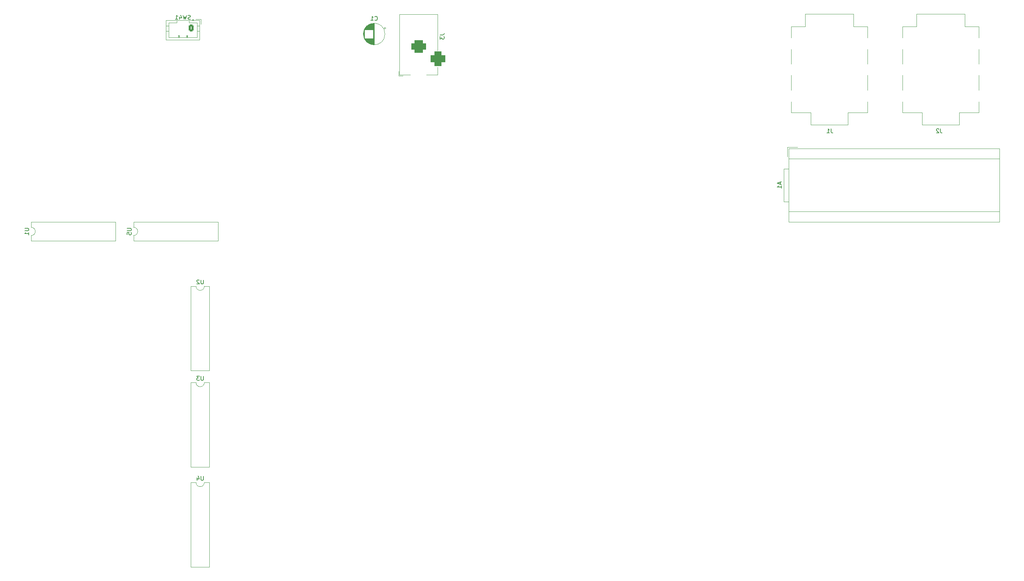
<source format=gbo>
G04 #@! TF.GenerationSoftware,KiCad,Pcbnew,7.0.11*
G04 #@! TF.CreationDate,2024-11-21T01:14:31-06:00*
G04 #@! TF.ProjectId,Sardinia_v0.2,53617264-696e-4696-915f-76302e322e6b,rev?*
G04 #@! TF.SameCoordinates,Original*
G04 #@! TF.FileFunction,Legend,Bot*
G04 #@! TF.FilePolarity,Positive*
%FSLAX46Y46*%
G04 Gerber Fmt 4.6, Leading zero omitted, Abs format (unit mm)*
G04 Created by KiCad (PCBNEW 7.0.11) date 2024-11-21 01:14:31*
%MOMM*%
%LPD*%
G01*
G04 APERTURE LIST*
G04 Aperture macros list*
%AMRoundRect*
0 Rectangle with rounded corners*
0 $1 Rounding radius*
0 $2 $3 $4 $5 $6 $7 $8 $9 X,Y pos of 4 corners*
0 Add a 4 corners polygon primitive as box body*
4,1,4,$2,$3,$4,$5,$6,$7,$8,$9,$2,$3,0*
0 Add four circle primitives for the rounded corners*
1,1,$1+$1,$2,$3*
1,1,$1+$1,$4,$5*
1,1,$1+$1,$6,$7*
1,1,$1+$1,$8,$9*
0 Add four rect primitives between the rounded corners*
20,1,$1+$1,$2,$3,$4,$5,0*
20,1,$1+$1,$4,$5,$6,$7,0*
20,1,$1+$1,$6,$7,$8,$9,0*
20,1,$1+$1,$8,$9,$2,$3,0*%
G04 Aperture macros list end*
%ADD10C,0.150000*%
%ADD11C,0.120000*%
%ADD12O,2.720000X3.240000*%
%ADD13R,1.800000X1.800000*%
%ADD14C,1.800000*%
%ADD15C,1.700000*%
%ADD16C,4.000000*%
%ADD17C,2.200000*%
%ADD18C,1.900000*%
%ADD19C,3.500000*%
%ADD20C,2.400000*%
%ADD21R,1.560000X1.560000*%
%ADD22C,1.560000*%
%ADD23R,2.200000X2.200000*%
%ADD24O,2.200000X2.200000*%
%ADD25R,2.000000X2.000000*%
%ADD26C,2.000000*%
%ADD27R,2.000000X3.200000*%
%ADD28R,1.800000X2.600000*%
%ADD29O,1.800000X2.600000*%
%ADD30R,3.500000X3.500000*%
%ADD31RoundRect,0.750000X-1.000000X0.750000X-1.000000X-0.750000X1.000000X-0.750000X1.000000X0.750000X0*%
%ADD32RoundRect,0.875000X-0.875000X0.875000X-0.875000X-0.875000X0.875000X-0.875000X0.875000X0.875000X0*%
%ADD33C,3.000000*%
%ADD34R,1.600000X1.600000*%
%ADD35C,1.600000*%
%ADD36RoundRect,0.250000X0.350000X0.625000X-0.350000X0.625000X-0.350000X-0.625000X0.350000X-0.625000X0*%
%ADD37O,1.200000X1.750000*%
%ADD38R,1.600000X2.400000*%
%ADD39O,1.600000X2.400000*%
%ADD40R,1.700000X1.700000*%
%ADD41R,2.400000X1.600000*%
%ADD42O,2.400000X1.600000*%
G04 APERTURE END LIST*
D10*
X142704819Y-24216666D02*
X143419104Y-24216666D01*
X143419104Y-24216666D02*
X143561961Y-24169047D01*
X143561961Y-24169047D02*
X143657200Y-24073809D01*
X143657200Y-24073809D02*
X143704819Y-23930952D01*
X143704819Y-23930952D02*
X143704819Y-23835714D01*
X142704819Y-24597619D02*
X142704819Y-25216666D01*
X142704819Y-25216666D02*
X143085771Y-24883333D01*
X143085771Y-24883333D02*
X143085771Y-25026190D01*
X143085771Y-25026190D02*
X143133390Y-25121428D01*
X143133390Y-25121428D02*
X143181009Y-25169047D01*
X143181009Y-25169047D02*
X143276247Y-25216666D01*
X143276247Y-25216666D02*
X143514342Y-25216666D01*
X143514342Y-25216666D02*
X143609580Y-25169047D01*
X143609580Y-25169047D02*
X143657200Y-25121428D01*
X143657200Y-25121428D02*
X143704819Y-25026190D01*
X143704819Y-25026190D02*
X143704819Y-24740476D01*
X143704819Y-24740476D02*
X143657200Y-24645238D01*
X143657200Y-24645238D02*
X143609580Y-24597619D01*
X263719485Y-46954819D02*
X263719485Y-47669104D01*
X263719485Y-47669104D02*
X263767104Y-47811961D01*
X263767104Y-47811961D02*
X263862342Y-47907200D01*
X263862342Y-47907200D02*
X264005199Y-47954819D01*
X264005199Y-47954819D02*
X264100437Y-47954819D01*
X263290913Y-47050057D02*
X263243294Y-47002438D01*
X263243294Y-47002438D02*
X263148056Y-46954819D01*
X263148056Y-46954819D02*
X262909961Y-46954819D01*
X262909961Y-46954819D02*
X262814723Y-47002438D01*
X262814723Y-47002438D02*
X262767104Y-47050057D01*
X262767104Y-47050057D02*
X262719485Y-47145295D01*
X262719485Y-47145295D02*
X262719485Y-47240533D01*
X262719485Y-47240533D02*
X262767104Y-47383390D01*
X262767104Y-47383390D02*
X263338532Y-47954819D01*
X263338532Y-47954819D02*
X262719485Y-47954819D01*
X237285053Y-46954819D02*
X237285053Y-47669104D01*
X237285053Y-47669104D02*
X237332672Y-47811961D01*
X237332672Y-47811961D02*
X237427910Y-47907200D01*
X237427910Y-47907200D02*
X237570767Y-47954819D01*
X237570767Y-47954819D02*
X237666005Y-47954819D01*
X236285053Y-47954819D02*
X236856481Y-47954819D01*
X236570767Y-47954819D02*
X236570767Y-46954819D01*
X236570767Y-46954819D02*
X236666005Y-47097676D01*
X236666005Y-47097676D02*
X236761243Y-47192914D01*
X236761243Y-47192914D02*
X236856481Y-47240533D01*
X126916666Y-20609580D02*
X126964285Y-20657200D01*
X126964285Y-20657200D02*
X127107142Y-20704819D01*
X127107142Y-20704819D02*
X127202380Y-20704819D01*
X127202380Y-20704819D02*
X127345237Y-20657200D01*
X127345237Y-20657200D02*
X127440475Y-20561961D01*
X127440475Y-20561961D02*
X127488094Y-20466723D01*
X127488094Y-20466723D02*
X127535713Y-20276247D01*
X127535713Y-20276247D02*
X127535713Y-20133390D01*
X127535713Y-20133390D02*
X127488094Y-19942914D01*
X127488094Y-19942914D02*
X127440475Y-19847676D01*
X127440475Y-19847676D02*
X127345237Y-19752438D01*
X127345237Y-19752438D02*
X127202380Y-19704819D01*
X127202380Y-19704819D02*
X127107142Y-19704819D01*
X127107142Y-19704819D02*
X126964285Y-19752438D01*
X126964285Y-19752438D02*
X126916666Y-19800057D01*
X125964285Y-20704819D02*
X126535713Y-20704819D01*
X126249999Y-20704819D02*
X126249999Y-19704819D01*
X126249999Y-19704819D02*
X126345237Y-19847676D01*
X126345237Y-19847676D02*
X126440475Y-19942914D01*
X126440475Y-19942914D02*
X126535713Y-19990533D01*
X82309523Y-20407200D02*
X82166666Y-20454819D01*
X82166666Y-20454819D02*
X81928571Y-20454819D01*
X81928571Y-20454819D02*
X81833333Y-20407200D01*
X81833333Y-20407200D02*
X81785714Y-20359580D01*
X81785714Y-20359580D02*
X81738095Y-20264342D01*
X81738095Y-20264342D02*
X81738095Y-20169104D01*
X81738095Y-20169104D02*
X81785714Y-20073866D01*
X81785714Y-20073866D02*
X81833333Y-20026247D01*
X81833333Y-20026247D02*
X81928571Y-19978628D01*
X81928571Y-19978628D02*
X82119047Y-19931009D01*
X82119047Y-19931009D02*
X82214285Y-19883390D01*
X82214285Y-19883390D02*
X82261904Y-19835771D01*
X82261904Y-19835771D02*
X82309523Y-19740533D01*
X82309523Y-19740533D02*
X82309523Y-19645295D01*
X82309523Y-19645295D02*
X82261904Y-19550057D01*
X82261904Y-19550057D02*
X82214285Y-19502438D01*
X82214285Y-19502438D02*
X82119047Y-19454819D01*
X82119047Y-19454819D02*
X81880952Y-19454819D01*
X81880952Y-19454819D02*
X81738095Y-19502438D01*
X81404761Y-19454819D02*
X81166666Y-20454819D01*
X81166666Y-20454819D02*
X80976190Y-19740533D01*
X80976190Y-19740533D02*
X80785714Y-20454819D01*
X80785714Y-20454819D02*
X80547619Y-19454819D01*
X79738095Y-19788152D02*
X79738095Y-20454819D01*
X79976190Y-19407200D02*
X80214285Y-20121485D01*
X80214285Y-20121485D02*
X79595238Y-20121485D01*
X78690476Y-20454819D02*
X79261904Y-20454819D01*
X78976190Y-20454819D02*
X78976190Y-19454819D01*
X78976190Y-19454819D02*
X79071428Y-19597676D01*
X79071428Y-19597676D02*
X79166666Y-19692914D01*
X79166666Y-19692914D02*
X79261904Y-19740533D01*
X67034819Y-71048095D02*
X67844342Y-71048095D01*
X67844342Y-71048095D02*
X67939580Y-71095714D01*
X67939580Y-71095714D02*
X67987200Y-71143333D01*
X67987200Y-71143333D02*
X68034819Y-71238571D01*
X68034819Y-71238571D02*
X68034819Y-71429047D01*
X68034819Y-71429047D02*
X67987200Y-71524285D01*
X67987200Y-71524285D02*
X67939580Y-71571904D01*
X67939580Y-71571904D02*
X67844342Y-71619523D01*
X67844342Y-71619523D02*
X67034819Y-71619523D01*
X67034819Y-72571904D02*
X67034819Y-72095714D01*
X67034819Y-72095714D02*
X67511009Y-72048095D01*
X67511009Y-72048095D02*
X67463390Y-72095714D01*
X67463390Y-72095714D02*
X67415771Y-72190952D01*
X67415771Y-72190952D02*
X67415771Y-72429047D01*
X67415771Y-72429047D02*
X67463390Y-72524285D01*
X67463390Y-72524285D02*
X67511009Y-72571904D01*
X67511009Y-72571904D02*
X67606247Y-72619523D01*
X67606247Y-72619523D02*
X67844342Y-72619523D01*
X67844342Y-72619523D02*
X67939580Y-72571904D01*
X67939580Y-72571904D02*
X67987200Y-72524285D01*
X67987200Y-72524285D02*
X68034819Y-72429047D01*
X68034819Y-72429047D02*
X68034819Y-72190952D01*
X68034819Y-72190952D02*
X67987200Y-72095714D01*
X67987200Y-72095714D02*
X67939580Y-72048095D01*
X224989104Y-59905714D02*
X224989104Y-60381904D01*
X225274819Y-59810476D02*
X224274819Y-60143809D01*
X224274819Y-60143809D02*
X225274819Y-60477142D01*
X225274819Y-61334285D02*
X225274819Y-60762857D01*
X225274819Y-61048571D02*
X224274819Y-61048571D01*
X224274819Y-61048571D02*
X224417676Y-60953333D01*
X224417676Y-60953333D02*
X224512914Y-60858095D01*
X224512914Y-60858095D02*
X224560533Y-60762857D01*
X85451904Y-131084819D02*
X85451904Y-131894342D01*
X85451904Y-131894342D02*
X85404285Y-131989580D01*
X85404285Y-131989580D02*
X85356666Y-132037200D01*
X85356666Y-132037200D02*
X85261428Y-132084819D01*
X85261428Y-132084819D02*
X85070952Y-132084819D01*
X85070952Y-132084819D02*
X84975714Y-132037200D01*
X84975714Y-132037200D02*
X84928095Y-131989580D01*
X84928095Y-131989580D02*
X84880476Y-131894342D01*
X84880476Y-131894342D02*
X84880476Y-131084819D01*
X83975714Y-131418152D02*
X83975714Y-132084819D01*
X84213809Y-131037200D02*
X84451904Y-131751485D01*
X84451904Y-131751485D02*
X83832857Y-131751485D01*
X85451904Y-106884819D02*
X85451904Y-107694342D01*
X85451904Y-107694342D02*
X85404285Y-107789580D01*
X85404285Y-107789580D02*
X85356666Y-107837200D01*
X85356666Y-107837200D02*
X85261428Y-107884819D01*
X85261428Y-107884819D02*
X85070952Y-107884819D01*
X85070952Y-107884819D02*
X84975714Y-107837200D01*
X84975714Y-107837200D02*
X84928095Y-107789580D01*
X84928095Y-107789580D02*
X84880476Y-107694342D01*
X84880476Y-107694342D02*
X84880476Y-106884819D01*
X84499523Y-106884819D02*
X83880476Y-106884819D01*
X83880476Y-106884819D02*
X84213809Y-107265771D01*
X84213809Y-107265771D02*
X84070952Y-107265771D01*
X84070952Y-107265771D02*
X83975714Y-107313390D01*
X83975714Y-107313390D02*
X83928095Y-107361009D01*
X83928095Y-107361009D02*
X83880476Y-107456247D01*
X83880476Y-107456247D02*
X83880476Y-107694342D01*
X83880476Y-107694342D02*
X83928095Y-107789580D01*
X83928095Y-107789580D02*
X83975714Y-107837200D01*
X83975714Y-107837200D02*
X84070952Y-107884819D01*
X84070952Y-107884819D02*
X84356666Y-107884819D01*
X84356666Y-107884819D02*
X84451904Y-107837200D01*
X84451904Y-107837200D02*
X84499523Y-107789580D01*
X85451904Y-83544819D02*
X85451904Y-84354342D01*
X85451904Y-84354342D02*
X85404285Y-84449580D01*
X85404285Y-84449580D02*
X85356666Y-84497200D01*
X85356666Y-84497200D02*
X85261428Y-84544819D01*
X85261428Y-84544819D02*
X85070952Y-84544819D01*
X85070952Y-84544819D02*
X84975714Y-84497200D01*
X84975714Y-84497200D02*
X84928095Y-84449580D01*
X84928095Y-84449580D02*
X84880476Y-84354342D01*
X84880476Y-84354342D02*
X84880476Y-83544819D01*
X84451904Y-83640057D02*
X84404285Y-83592438D01*
X84404285Y-83592438D02*
X84309047Y-83544819D01*
X84309047Y-83544819D02*
X84070952Y-83544819D01*
X84070952Y-83544819D02*
X83975714Y-83592438D01*
X83975714Y-83592438D02*
X83928095Y-83640057D01*
X83928095Y-83640057D02*
X83880476Y-83735295D01*
X83880476Y-83735295D02*
X83880476Y-83830533D01*
X83880476Y-83830533D02*
X83928095Y-83973390D01*
X83928095Y-83973390D02*
X84499523Y-84544819D01*
X84499523Y-84544819D02*
X83880476Y-84544819D01*
X42249819Y-71048095D02*
X43059342Y-71048095D01*
X43059342Y-71048095D02*
X43154580Y-71095714D01*
X43154580Y-71095714D02*
X43202200Y-71143333D01*
X43202200Y-71143333D02*
X43249819Y-71238571D01*
X43249819Y-71238571D02*
X43249819Y-71429047D01*
X43249819Y-71429047D02*
X43202200Y-71524285D01*
X43202200Y-71524285D02*
X43154580Y-71571904D01*
X43154580Y-71571904D02*
X43059342Y-71619523D01*
X43059342Y-71619523D02*
X42249819Y-71619523D01*
X43249819Y-72619523D02*
X43249819Y-72048095D01*
X43249819Y-72333809D02*
X42249819Y-72333809D01*
X42249819Y-72333809D02*
X42392676Y-72238571D01*
X42392676Y-72238571D02*
X42487914Y-72143333D01*
X42487914Y-72143333D02*
X42535533Y-72048095D01*
D11*
X142100000Y-19200000D02*
X132900000Y-19200000D01*
X132900000Y-19200000D02*
X132900000Y-33900000D01*
X142100000Y-28000000D02*
X142100000Y-19200000D01*
X132700000Y-33050000D02*
X132700000Y-34100000D01*
X142100000Y-33900000D02*
X142100000Y-32000000D01*
X139400000Y-33900000D02*
X142100000Y-33900000D01*
X132900000Y-33900000D02*
X135500000Y-33900000D01*
X133750000Y-34100000D02*
X132700000Y-34100000D01*
X259301152Y-45950000D02*
X259301152Y-43030000D01*
X259341152Y-45950000D02*
X268241152Y-45950000D01*
X268241152Y-45950000D02*
X268241152Y-43030000D01*
X254551152Y-43030000D02*
X259301152Y-43030000D01*
X268241152Y-43030000D02*
X272991152Y-43030000D01*
X272991152Y-43030000D02*
X272991152Y-40400000D01*
X254551152Y-40400000D02*
X254551152Y-43030000D01*
X272991152Y-37600000D02*
X272991152Y-34000000D01*
X254551152Y-34000000D02*
X254551152Y-37600000D01*
X272991152Y-31300000D02*
X272991152Y-27700000D01*
X254551152Y-27700000D02*
X254551152Y-31300000D01*
X254551152Y-22180000D02*
X254551152Y-24900000D01*
X254551152Y-22180000D02*
X257951152Y-22180000D01*
X257951152Y-22180000D02*
X257951152Y-19180000D01*
X269591152Y-22180000D02*
X272991152Y-22180000D01*
X269591152Y-22180000D02*
X269591152Y-19180000D01*
X272991152Y-22180000D02*
X272991152Y-24900000D01*
X257951152Y-19180000D02*
X269591152Y-19180000D01*
X232366720Y-45950000D02*
X232366720Y-43030000D01*
X232406720Y-45950000D02*
X241306720Y-45950000D01*
X241306720Y-45950000D02*
X241306720Y-43030000D01*
X227616720Y-43030000D02*
X232366720Y-43030000D01*
X241306720Y-43030000D02*
X246056720Y-43030000D01*
X246056720Y-43030000D02*
X246056720Y-40400000D01*
X227616720Y-40400000D02*
X227616720Y-43030000D01*
X246056720Y-37600000D02*
X246056720Y-34000000D01*
X227616720Y-34000000D02*
X227616720Y-37600000D01*
X246056720Y-31300000D02*
X246056720Y-27700000D01*
X227616720Y-27700000D02*
X227616720Y-31300000D01*
X227616720Y-22180000D02*
X227616720Y-24900000D01*
X227616720Y-22180000D02*
X231016720Y-22180000D01*
X231016720Y-22180000D02*
X231016720Y-19180000D01*
X242656720Y-22180000D02*
X246056720Y-22180000D01*
X242656720Y-22180000D02*
X242656720Y-19180000D01*
X246056720Y-22180000D02*
X246056720Y-24900000D01*
X231016720Y-19180000D02*
X242656720Y-19180000D01*
X129554775Y-22525000D02*
X129054775Y-22525000D01*
X129304775Y-22275000D02*
X129304775Y-22775000D01*
X126750000Y-21420000D02*
X126750000Y-26580000D01*
X126710000Y-21420000D02*
X126710000Y-26580000D01*
X126670000Y-21421000D02*
X126670000Y-26579000D01*
X126630000Y-21422000D02*
X126630000Y-26578000D01*
X126590000Y-21424000D02*
X126590000Y-26576000D01*
X126550000Y-21427000D02*
X126550000Y-26573000D01*
X126510000Y-25040000D02*
X126510000Y-26569000D01*
X126510000Y-21431000D02*
X126510000Y-22960000D01*
X126470000Y-25040000D02*
X126470000Y-26565000D01*
X126470000Y-21435000D02*
X126470000Y-22960000D01*
X126430000Y-25040000D02*
X126430000Y-26561000D01*
X126430000Y-21439000D02*
X126430000Y-22960000D01*
X126390000Y-25040000D02*
X126390000Y-26556000D01*
X126390000Y-21444000D02*
X126390000Y-22960000D01*
X126350000Y-25040000D02*
X126350000Y-26550000D01*
X126350000Y-21450000D02*
X126350000Y-22960000D01*
X126310000Y-25040000D02*
X126310000Y-26543000D01*
X126310000Y-21457000D02*
X126310000Y-22960000D01*
X126270000Y-25040000D02*
X126270000Y-26536000D01*
X126270000Y-21464000D02*
X126270000Y-22960000D01*
X126230000Y-25040000D02*
X126230000Y-26528000D01*
X126230000Y-21472000D02*
X126230000Y-22960000D01*
X126190000Y-25040000D02*
X126190000Y-26520000D01*
X126190000Y-21480000D02*
X126190000Y-22960000D01*
X126150000Y-25040000D02*
X126150000Y-26511000D01*
X126150000Y-21489000D02*
X126150000Y-22960000D01*
X126110000Y-25040000D02*
X126110000Y-26501000D01*
X126110000Y-21499000D02*
X126110000Y-22960000D01*
X126070000Y-25040000D02*
X126070000Y-26491000D01*
X126070000Y-21509000D02*
X126070000Y-22960000D01*
X126029000Y-25040000D02*
X126029000Y-26480000D01*
X126029000Y-21520000D02*
X126029000Y-22960000D01*
X125989000Y-25040000D02*
X125989000Y-26468000D01*
X125989000Y-21532000D02*
X125989000Y-22960000D01*
X125949000Y-25040000D02*
X125949000Y-26455000D01*
X125949000Y-21545000D02*
X125949000Y-22960000D01*
X125909000Y-25040000D02*
X125909000Y-26442000D01*
X125909000Y-21558000D02*
X125909000Y-22960000D01*
X125869000Y-25040000D02*
X125869000Y-26428000D01*
X125869000Y-21572000D02*
X125869000Y-22960000D01*
X125829000Y-25040000D02*
X125829000Y-26414000D01*
X125829000Y-21586000D02*
X125829000Y-22960000D01*
X125789000Y-25040000D02*
X125789000Y-26398000D01*
X125789000Y-21602000D02*
X125789000Y-22960000D01*
X125749000Y-25040000D02*
X125749000Y-26382000D01*
X125749000Y-21618000D02*
X125749000Y-22960000D01*
X125709000Y-25040000D02*
X125709000Y-26365000D01*
X125709000Y-21635000D02*
X125709000Y-22960000D01*
X125669000Y-25040000D02*
X125669000Y-26348000D01*
X125669000Y-21652000D02*
X125669000Y-22960000D01*
X125629000Y-25040000D02*
X125629000Y-26329000D01*
X125629000Y-21671000D02*
X125629000Y-22960000D01*
X125589000Y-25040000D02*
X125589000Y-26310000D01*
X125589000Y-21690000D02*
X125589000Y-22960000D01*
X125549000Y-25040000D02*
X125549000Y-26290000D01*
X125549000Y-21710000D02*
X125549000Y-22960000D01*
X125509000Y-25040000D02*
X125509000Y-26268000D01*
X125509000Y-21732000D02*
X125509000Y-22960000D01*
X125469000Y-25040000D02*
X125469000Y-26247000D01*
X125469000Y-21753000D02*
X125469000Y-22960000D01*
X125429000Y-25040000D02*
X125429000Y-26224000D01*
X125429000Y-21776000D02*
X125429000Y-22960000D01*
X125389000Y-25040000D02*
X125389000Y-26200000D01*
X125389000Y-21800000D02*
X125389000Y-22960000D01*
X125349000Y-25040000D02*
X125349000Y-26175000D01*
X125349000Y-21825000D02*
X125349000Y-22960000D01*
X125309000Y-25040000D02*
X125309000Y-26149000D01*
X125309000Y-21851000D02*
X125309000Y-22960000D01*
X125269000Y-25040000D02*
X125269000Y-26122000D01*
X125269000Y-21878000D02*
X125269000Y-22960000D01*
X125229000Y-25040000D02*
X125229000Y-26095000D01*
X125229000Y-21905000D02*
X125229000Y-22960000D01*
X125189000Y-25040000D02*
X125189000Y-26065000D01*
X125189000Y-21935000D02*
X125189000Y-22960000D01*
X125149000Y-25040000D02*
X125149000Y-26035000D01*
X125149000Y-21965000D02*
X125149000Y-22960000D01*
X125109000Y-25040000D02*
X125109000Y-26004000D01*
X125109000Y-21996000D02*
X125109000Y-22960000D01*
X125069000Y-25040000D02*
X125069000Y-25971000D01*
X125069000Y-22029000D02*
X125069000Y-22960000D01*
X125029000Y-25040000D02*
X125029000Y-25937000D01*
X125029000Y-22063000D02*
X125029000Y-22960000D01*
X124989000Y-25040000D02*
X124989000Y-25901000D01*
X124989000Y-22099000D02*
X124989000Y-22960000D01*
X124949000Y-25040000D02*
X124949000Y-25864000D01*
X124949000Y-22136000D02*
X124949000Y-22960000D01*
X124909000Y-25040000D02*
X124909000Y-25826000D01*
X124909000Y-22174000D02*
X124909000Y-22960000D01*
X124869000Y-25040000D02*
X124869000Y-25785000D01*
X124869000Y-22215000D02*
X124869000Y-22960000D01*
X124829000Y-25040000D02*
X124829000Y-25743000D01*
X124829000Y-22257000D02*
X124829000Y-22960000D01*
X124789000Y-25040000D02*
X124789000Y-25699000D01*
X124789000Y-22301000D02*
X124789000Y-22960000D01*
X124749000Y-25040000D02*
X124749000Y-25653000D01*
X124749000Y-22347000D02*
X124749000Y-22960000D01*
X124709000Y-25040000D02*
X124709000Y-25605000D01*
X124709000Y-22395000D02*
X124709000Y-22960000D01*
X124669000Y-25040000D02*
X124669000Y-25554000D01*
X124669000Y-22446000D02*
X124669000Y-22960000D01*
X124629000Y-25040000D02*
X124629000Y-25500000D01*
X124629000Y-22500000D02*
X124629000Y-22960000D01*
X124589000Y-25040000D02*
X124589000Y-25443000D01*
X124589000Y-22557000D02*
X124589000Y-22960000D01*
X124549000Y-25040000D02*
X124549000Y-25383000D01*
X124549000Y-22617000D02*
X124549000Y-22960000D01*
X124509000Y-25040000D02*
X124509000Y-25319000D01*
X124509000Y-22681000D02*
X124509000Y-22960000D01*
X124469000Y-25040000D02*
X124469000Y-25251000D01*
X124469000Y-22749000D02*
X124469000Y-22960000D01*
X124429000Y-22822000D02*
X124429000Y-25178000D01*
X124389000Y-22902000D02*
X124389000Y-25098000D01*
X124349000Y-22989000D02*
X124349000Y-25011000D01*
X124309000Y-23085000D02*
X124309000Y-24915000D01*
X124269000Y-23195000D02*
X124269000Y-24805000D01*
X124229000Y-23323000D02*
X124229000Y-24677000D01*
X124189000Y-23482000D02*
X124189000Y-24518000D01*
X124149000Y-23716000D02*
X124149000Y-24284000D01*
X129370000Y-24000000D02*
G75*
G03*
X124130000Y-24000000I-2620000J0D01*
G01*
X124130000Y-24000000D02*
G75*
G03*
X129370000Y-24000000I2620000J0D01*
G01*
X84860000Y-20390000D02*
X84860000Y-21640000D01*
X84560000Y-25410000D02*
X76440000Y-25410000D01*
X84560000Y-23300000D02*
X83950000Y-23300000D01*
X84560000Y-22000000D02*
X83950000Y-22000000D01*
X84560000Y-20690000D02*
X84560000Y-25410000D01*
X83950000Y-24800000D02*
X77050000Y-24800000D01*
X83950000Y-21300000D02*
X83950000Y-24800000D01*
X83610000Y-20390000D02*
X84860000Y-20390000D01*
X83100000Y-20490000D02*
X83100000Y-20690000D01*
X82800000Y-20690000D02*
X82800000Y-20490000D01*
X82800000Y-20590000D02*
X83100000Y-20590000D01*
X82800000Y-20490000D02*
X83100000Y-20490000D01*
X82000000Y-21300000D02*
X83950000Y-21300000D01*
X82000000Y-20690000D02*
X82000000Y-21300000D01*
X81600000Y-24800000D02*
X81600000Y-24300000D01*
X81600000Y-24300000D02*
X81400000Y-24300000D01*
X81500000Y-24800000D02*
X81500000Y-24300000D01*
X81400000Y-24300000D02*
X81400000Y-24800000D01*
X79600000Y-24800000D02*
X79600000Y-24300000D01*
X79600000Y-24300000D02*
X79400000Y-24300000D01*
X79500000Y-24800000D02*
X79500000Y-24300000D01*
X79400000Y-24300000D02*
X79400000Y-24800000D01*
X79000000Y-21300000D02*
X79000000Y-20690000D01*
X77050000Y-24800000D02*
X77050000Y-21300000D01*
X77050000Y-21300000D02*
X79000000Y-21300000D01*
X76440000Y-25410000D02*
X76440000Y-20690000D01*
X76440000Y-23300000D02*
X77050000Y-23300000D01*
X76440000Y-22000000D02*
X77050000Y-22000000D01*
X76440000Y-20690000D02*
X84560000Y-20690000D01*
X89020000Y-69560000D02*
X89020000Y-74060000D01*
X68580000Y-69560000D02*
X89020000Y-69560000D01*
X68580000Y-70810000D02*
X68580000Y-69560000D01*
X89020000Y-74060000D02*
X68580000Y-74060000D01*
X68580000Y-74060000D02*
X68580000Y-72810000D01*
X68580000Y-72810000D02*
G75*
G03*
X68580000Y-70810000I0J1000000D01*
G01*
X226720000Y-51420000D02*
X229120000Y-51420000D01*
X278020000Y-51720000D02*
X227020000Y-51720000D01*
X227020000Y-51720000D02*
X227020000Y-69520000D01*
X226720000Y-53720000D02*
X226720000Y-51420000D01*
X227020000Y-54200000D02*
X278020000Y-54200000D01*
X227020000Y-56620000D02*
X225820000Y-56620000D01*
X225820000Y-56620000D02*
X225820000Y-64620000D01*
X225820000Y-64620000D02*
X227020000Y-64620000D01*
X227020000Y-67000000D02*
X278020000Y-67000000D01*
X278020000Y-69520000D02*
X278020000Y-51720000D01*
X227020000Y-69520000D02*
X278020000Y-69520000D01*
X86940000Y-153070000D02*
X82440000Y-153070000D01*
X86940000Y-132630000D02*
X86940000Y-153070000D01*
X85690000Y-132630000D02*
X86940000Y-132630000D01*
X82440000Y-153070000D02*
X82440000Y-132630000D01*
X82440000Y-132630000D02*
X83690000Y-132630000D01*
X83690000Y-132630000D02*
G75*
G03*
X85690000Y-132630000I1000000J0D01*
G01*
X86940000Y-128870000D02*
X82440000Y-128870000D01*
X86940000Y-108430000D02*
X86940000Y-128870000D01*
X85690000Y-108430000D02*
X86940000Y-108430000D01*
X82440000Y-128870000D02*
X82440000Y-108430000D01*
X82440000Y-108430000D02*
X83690000Y-108430000D01*
X83690000Y-108430000D02*
G75*
G03*
X85690000Y-108430000I1000000J0D01*
G01*
X86940000Y-105530000D02*
X82440000Y-105530000D01*
X86940000Y-85090000D02*
X86940000Y-105530000D01*
X85690000Y-85090000D02*
X86940000Y-85090000D01*
X82440000Y-105530000D02*
X82440000Y-85090000D01*
X82440000Y-85090000D02*
X83690000Y-85090000D01*
X83690000Y-85090000D02*
G75*
G03*
X85690000Y-85090000I1000000J0D01*
G01*
X64235000Y-69560000D02*
X64235000Y-74060000D01*
X43795000Y-69560000D02*
X64235000Y-69560000D01*
X43795000Y-70810000D02*
X43795000Y-69560000D01*
X64235000Y-74060000D02*
X43795000Y-74060000D01*
X43795000Y-74060000D02*
X43795000Y-72810000D01*
X43795000Y-72810000D02*
G75*
G03*
X43795000Y-70810000I0J1000000D01*
G01*
%LPC*%
D12*
X211200000Y-57725000D03*
X220800000Y-57725000D03*
D13*
X213500000Y-65225000D03*
D14*
X216000000Y-65225000D03*
X218500000Y-65225000D03*
D15*
X66590000Y-141749868D03*
D16*
X71670000Y-141749868D03*
D15*
X76750000Y-141749868D03*
D17*
X74210000Y-136669868D03*
X67860000Y-139209868D03*
D18*
X215750000Y-106119548D03*
D19*
X221250000Y-106119548D03*
D18*
X226750000Y-106119548D03*
D20*
X216250000Y-109919548D03*
X221250000Y-112019548D03*
D18*
X129750000Y-106119548D03*
D19*
X135250000Y-106119548D03*
D18*
X140750000Y-106119548D03*
D20*
X130250000Y-109919548D03*
X135250000Y-112019548D03*
D18*
X140500000Y-87500000D03*
D19*
X146000000Y-87500000D03*
D18*
X151500000Y-87500000D03*
D20*
X141000000Y-91300000D03*
X146000000Y-93400000D03*
D18*
X215750000Y-143358644D03*
D19*
X221250000Y-143358644D03*
D18*
X226750000Y-143358644D03*
D20*
X216250000Y-147158644D03*
X221250000Y-149258644D03*
D18*
X248000000Y-124739096D03*
D19*
X253500000Y-124739096D03*
D18*
X259000000Y-124739096D03*
D20*
X248500000Y-128539096D03*
X253500000Y-130639096D03*
D18*
X258750000Y-106119548D03*
D19*
X264250000Y-106119548D03*
D18*
X269750000Y-106119548D03*
D20*
X259250000Y-109919548D03*
X264250000Y-112019548D03*
D18*
X183500000Y-87500000D03*
D19*
X189000000Y-87500000D03*
D18*
X194500000Y-87500000D03*
D20*
X184000000Y-91300000D03*
X189000000Y-93400000D03*
D18*
X97500000Y-87500000D03*
D19*
X103000000Y-87500000D03*
D18*
X108500000Y-87500000D03*
D20*
X98000000Y-91300000D03*
X103000000Y-93400000D03*
D18*
X108250000Y-106119548D03*
D19*
X113750000Y-106119548D03*
D18*
X119250000Y-106119548D03*
D20*
X108750000Y-109919548D03*
X113750000Y-112019548D03*
D21*
X116500000Y-21260000D03*
D22*
X119000000Y-26260000D03*
X121500000Y-21260000D03*
D15*
X47630000Y-123130320D03*
D16*
X52710000Y-123130320D03*
D15*
X57790000Y-123130320D03*
D17*
X55250000Y-118050320D03*
X48900000Y-120590320D03*
D23*
X149000000Y-31310000D03*
D24*
X149000000Y-23690000D03*
D18*
X226500000Y-124739096D03*
D19*
X232000000Y-124739096D03*
D18*
X237500000Y-124739096D03*
D20*
X227000000Y-128539096D03*
X232000000Y-130639096D03*
D15*
X47630000Y-85891224D03*
D16*
X52710000Y-85891224D03*
D15*
X57790000Y-85891224D03*
D17*
X55250000Y-80811224D03*
X48900000Y-83351224D03*
D18*
X237250000Y-143358644D03*
D19*
X242750000Y-143358644D03*
D18*
X248250000Y-143358644D03*
D20*
X237750000Y-147158644D03*
X242750000Y-149258644D03*
D25*
X135000000Y-53000000D03*
D26*
X140000000Y-53000000D03*
X137500000Y-53000000D03*
D27*
X131900000Y-45500000D03*
X143100000Y-45500000D03*
D26*
X140000000Y-38500000D03*
X135000000Y-38500000D03*
D18*
X258750000Y-143358644D03*
D19*
X264250000Y-143358644D03*
D18*
X269750000Y-143358644D03*
D20*
X259250000Y-147158644D03*
X264250000Y-149258644D03*
D15*
X66590000Y-85891224D03*
D16*
X71670000Y-85891224D03*
D15*
X76750000Y-85891224D03*
D17*
X74210000Y-80811224D03*
X67860000Y-83351224D03*
D18*
X129750000Y-143358644D03*
D19*
X135250000Y-143358644D03*
D18*
X140750000Y-143358644D03*
D20*
X130250000Y-147158644D03*
X135250000Y-149258644D03*
D18*
X237250000Y-106119548D03*
D19*
X242750000Y-106119548D03*
D18*
X248250000Y-106119548D03*
D20*
X237750000Y-109919548D03*
X242750000Y-112019548D03*
D18*
X97500000Y-124739096D03*
D19*
X103000000Y-124739096D03*
D18*
X108500000Y-124739096D03*
D20*
X98000000Y-128539096D03*
X103000000Y-130639096D03*
D18*
X194250000Y-106119548D03*
D19*
X199750000Y-106119548D03*
D18*
X205250000Y-106119548D03*
D20*
X194750000Y-109919548D03*
X199750000Y-112019548D03*
D12*
X157700000Y-57725000D03*
X167300000Y-57725000D03*
D13*
X160000000Y-65225000D03*
D14*
X162500000Y-65225000D03*
X165000000Y-65225000D03*
D18*
X226500000Y-87500000D03*
D19*
X232000000Y-87500000D03*
D18*
X237500000Y-87500000D03*
D20*
X227000000Y-91300000D03*
X232000000Y-93400000D03*
D18*
X140500000Y-124739096D03*
D19*
X146000000Y-124739096D03*
D18*
X151500000Y-124739096D03*
D20*
X141000000Y-128539096D03*
X146000000Y-130639096D03*
D18*
X205000000Y-124739096D03*
D19*
X210500000Y-124739096D03*
D18*
X216000000Y-124739096D03*
D20*
X205500000Y-128539096D03*
X210500000Y-130639096D03*
D18*
X162000000Y-124739096D03*
D19*
X167500000Y-124739096D03*
D18*
X173000000Y-124739096D03*
D20*
X162500000Y-128539096D03*
X167500000Y-130639096D03*
D18*
X172750000Y-143358644D03*
D19*
X178250000Y-143358644D03*
D18*
X183750000Y-143358644D03*
D20*
X173250000Y-147158644D03*
X178250000Y-149258644D03*
D12*
X211200000Y-33000000D03*
X220800000Y-33000000D03*
D13*
X213500000Y-40500000D03*
D14*
X216000000Y-40500000D03*
X218500000Y-40500000D03*
D12*
X184450000Y-33000000D03*
X194050000Y-33000000D03*
D13*
X186750000Y-40500000D03*
D14*
X189250000Y-40500000D03*
X191750000Y-40500000D03*
D18*
X108250000Y-143358644D03*
D19*
X113750000Y-143358644D03*
D18*
X119250000Y-143358644D03*
D20*
X108750000Y-147158644D03*
X113750000Y-149258644D03*
D18*
X119000000Y-124739096D03*
D19*
X124500000Y-124739096D03*
D18*
X130000000Y-124739096D03*
D20*
X119500000Y-128539096D03*
X124500000Y-130639096D03*
D12*
X157700000Y-32725000D03*
X167300000Y-32725000D03*
D13*
X160000000Y-40225000D03*
D14*
X162500000Y-40225000D03*
X165000000Y-40225000D03*
D16*
X45250900Y-31000000D03*
X45250900Y-62000700D03*
X120249480Y-62000700D03*
X120250000Y-31000000D03*
D28*
X50750000Y-31000000D03*
D29*
X53290000Y-31000000D03*
X55830000Y-31000000D03*
X58370000Y-31000000D03*
X60910000Y-31000000D03*
X63450000Y-31000000D03*
X65990000Y-31000000D03*
X68530000Y-31000000D03*
X71070000Y-31000000D03*
X73610000Y-31000000D03*
X76150000Y-31000000D03*
X78690000Y-31000000D03*
X81230000Y-31000000D03*
X83770000Y-31000000D03*
X86310000Y-31000000D03*
X88850000Y-31000000D03*
D18*
X162000000Y-87500000D03*
D19*
X167500000Y-87500000D03*
D18*
X173000000Y-87500000D03*
D20*
X162500000Y-91300000D03*
X167500000Y-93400000D03*
D18*
X194250000Y-143358644D03*
D19*
X199750000Y-143358644D03*
D18*
X205250000Y-143358644D03*
D20*
X194750000Y-147158644D03*
X199750000Y-149258644D03*
D18*
X151250000Y-143358644D03*
D19*
X156750000Y-143358644D03*
D18*
X162250000Y-143358644D03*
D20*
X151750000Y-147158644D03*
X156750000Y-149258644D03*
D18*
X248000000Y-87500000D03*
D19*
X253500000Y-87500000D03*
D18*
X259000000Y-87500000D03*
D20*
X248500000Y-91300000D03*
X253500000Y-93400000D03*
D18*
X172750000Y-106119548D03*
D19*
X178250000Y-106119548D03*
D18*
X183750000Y-106119548D03*
D20*
X173250000Y-109919548D03*
X178250000Y-112019548D03*
D15*
X47630000Y-141749868D03*
D16*
X52710000Y-141749868D03*
D15*
X57790000Y-141749868D03*
D17*
X55250000Y-136669868D03*
X48900000Y-139209868D03*
D18*
X119000000Y-87500000D03*
D19*
X124500000Y-87500000D03*
D18*
X130000000Y-87500000D03*
D20*
X119500000Y-91300000D03*
X124500000Y-93400000D03*
D15*
X47630000Y-104510772D03*
D16*
X52710000Y-104510772D03*
D15*
X57790000Y-104510772D03*
D17*
X55250000Y-99430772D03*
X48900000Y-101970772D03*
D15*
X66590000Y-104510772D03*
D16*
X71670000Y-104510772D03*
D15*
X76750000Y-104510772D03*
D17*
X74210000Y-99430772D03*
X67860000Y-101970772D03*
D18*
X183500000Y-124739096D03*
D19*
X189000000Y-124739096D03*
D18*
X194500000Y-124739096D03*
D20*
X184000000Y-128539096D03*
X189000000Y-130639096D03*
D12*
X184450000Y-57725000D03*
X194050000Y-57725000D03*
D13*
X186750000Y-65225000D03*
D14*
X189250000Y-65225000D03*
X191750000Y-65225000D03*
D18*
X205000000Y-87500000D03*
D19*
X210500000Y-87500000D03*
D18*
X216000000Y-87500000D03*
D20*
X205500000Y-91300000D03*
X210500000Y-93400000D03*
D15*
X66590000Y-123130320D03*
D16*
X71670000Y-123130320D03*
D15*
X76750000Y-123130320D03*
D17*
X74210000Y-118050320D03*
X67860000Y-120590320D03*
D18*
X151250000Y-106119548D03*
D19*
X156750000Y-106119548D03*
D18*
X162250000Y-106119548D03*
D20*
X151750000Y-109919548D03*
X156750000Y-112019548D03*
D30*
X137500000Y-33000000D03*
D31*
X137500000Y-27000000D03*
D32*
X142200000Y-30000000D03*
D33*
X271886152Y-32650000D03*
X255656152Y-32650000D03*
X271886152Y-26300000D03*
X255656152Y-26300000D03*
X271886152Y-39000000D03*
X255656152Y-39000000D03*
X244951720Y-32650000D03*
X228721720Y-32650000D03*
X244951720Y-26300000D03*
X228721720Y-26300000D03*
X244951720Y-39000000D03*
X228721720Y-39000000D03*
D34*
X128000000Y-24000000D03*
D35*
X125500000Y-24000000D03*
D36*
X82500000Y-22500000D03*
D37*
X80500000Y-22500000D03*
X78500000Y-22500000D03*
D38*
X69910000Y-68000000D03*
D39*
X72450000Y-68000000D03*
X74990000Y-68000000D03*
X77530000Y-68000000D03*
X80070000Y-68000000D03*
X82610000Y-68000000D03*
X85150000Y-68000000D03*
X87690000Y-68000000D03*
X87690000Y-75620000D03*
X85150000Y-75620000D03*
X82610000Y-75620000D03*
X80070000Y-75620000D03*
X77530000Y-75620000D03*
X74990000Y-75620000D03*
X72450000Y-75620000D03*
X69910000Y-75620000D03*
D40*
X228420000Y-53000000D03*
D15*
X230960000Y-53000000D03*
X233500000Y-53000000D03*
X236040000Y-53000000D03*
X238580000Y-53000000D03*
X241120000Y-53000000D03*
X243660000Y-53000000D03*
X246200000Y-53000000D03*
X248740000Y-53000000D03*
X251280000Y-53000000D03*
X253820000Y-53000000D03*
X256360000Y-53000000D03*
X258900000Y-53000000D03*
X261440000Y-53000000D03*
X263980000Y-53000000D03*
X266520000Y-53000000D03*
X269060000Y-53000000D03*
X271600000Y-53000000D03*
X274140000Y-53000000D03*
X276680000Y-53000000D03*
X276680000Y-68240000D03*
X274140000Y-68240000D03*
X271600000Y-68240000D03*
X269060000Y-68240000D03*
X266520000Y-68240000D03*
X263980000Y-68240000D03*
X261440000Y-68240000D03*
X258900000Y-68240000D03*
X256360000Y-68240000D03*
X253820000Y-68240000D03*
X251280000Y-68240000D03*
X248740000Y-68240000D03*
X246200000Y-68240000D03*
X243660000Y-68240000D03*
X241120000Y-68240000D03*
X238580000Y-68240000D03*
X236040000Y-68240000D03*
X233500000Y-68240000D03*
X230960000Y-68240000D03*
X228420000Y-68240000D03*
D41*
X88500000Y-133960000D03*
D42*
X88500000Y-136500000D03*
X88500000Y-139040000D03*
X88500000Y-141580000D03*
X88500000Y-144120000D03*
X88500000Y-146660000D03*
X88500000Y-149200000D03*
X88500000Y-151740000D03*
X80880000Y-151740000D03*
X80880000Y-149200000D03*
X80880000Y-146660000D03*
X80880000Y-144120000D03*
X80880000Y-141580000D03*
X80880000Y-139040000D03*
X80880000Y-136500000D03*
X80880000Y-133960000D03*
D41*
X88500000Y-109760000D03*
D42*
X88500000Y-112300000D03*
X88500000Y-114840000D03*
X88500000Y-117380000D03*
X88500000Y-119920000D03*
X88500000Y-122460000D03*
X88500000Y-125000000D03*
X88500000Y-127540000D03*
X80880000Y-127540000D03*
X80880000Y-125000000D03*
X80880000Y-122460000D03*
X80880000Y-119920000D03*
X80880000Y-117380000D03*
X80880000Y-114840000D03*
X80880000Y-112300000D03*
X80880000Y-109760000D03*
D41*
X88500000Y-86420000D03*
D42*
X88500000Y-88960000D03*
X88500000Y-91500000D03*
X88500000Y-94040000D03*
X88500000Y-96580000D03*
X88500000Y-99120000D03*
X88500000Y-101660000D03*
X88500000Y-104200000D03*
X80880000Y-104200000D03*
X80880000Y-101660000D03*
X80880000Y-99120000D03*
X80880000Y-96580000D03*
X80880000Y-94040000D03*
X80880000Y-91500000D03*
X80880000Y-88960000D03*
X80880000Y-86420000D03*
D38*
X45125000Y-68000000D03*
D39*
X47665000Y-68000000D03*
X50205000Y-68000000D03*
X52745000Y-68000000D03*
X55285000Y-68000000D03*
X57825000Y-68000000D03*
X60365000Y-68000000D03*
X62905000Y-68000000D03*
X62905000Y-75620000D03*
X60365000Y-75620000D03*
X57825000Y-75620000D03*
X55285000Y-75620000D03*
X52745000Y-75620000D03*
X50205000Y-75620000D03*
X47665000Y-75620000D03*
X45125000Y-75620000D03*
%LPD*%
M02*

</source>
